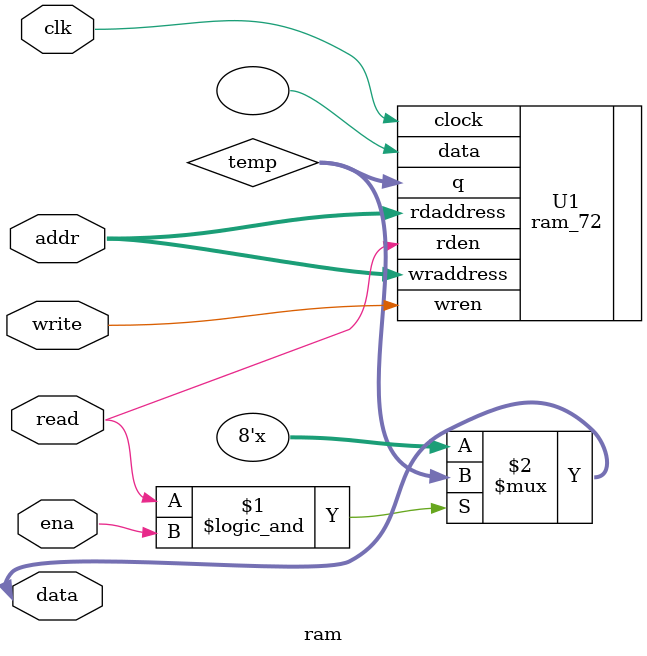
<source format=v>
module ram(clk,data,addr,ena,read,write);
input clk;
inout [7:0] data;
input [9:0] addr;
input ena;
input read,write;
wire [7:0] temp;
//reg [7:0] ram[10'h3ff:0];

assign data=(read&&ena)?temp[7:0]:8'hzz;

ram_72 U1(
	.clock(clk),
	.data(),
	.rdaddress(addr),
	.rden(read),
	.wraddress(addr),
	.wren(write),
	.q(temp));


endmodule 
</source>
